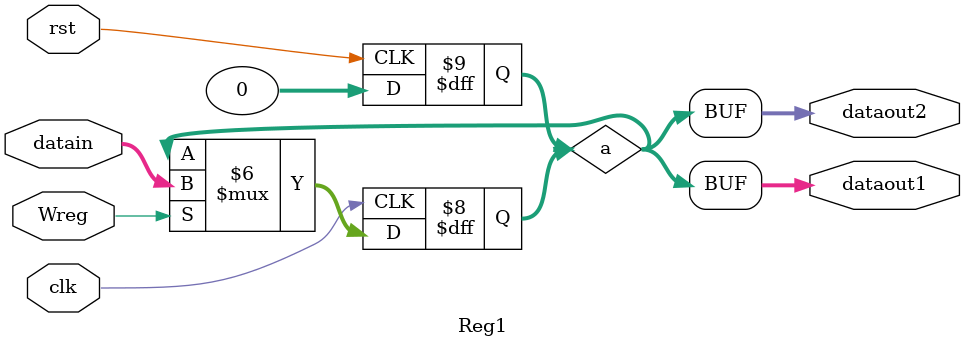
<source format=v>
`timescale 1ns / 1ps
module Reg1(
input clk,
input rst,
input Wreg,
input [31:0]datain,
output [31:0]dataout1,
output [31:0]dataout2
    );
reg [31:0]a=0;
assign dataout1=a;
assign dataout2=a;

always@(posedge rst)
begin
	a=0;
end

always@(negedge clk)
begin
	if(Wreg==1)
		a=datain;
end

endmodule

</source>
